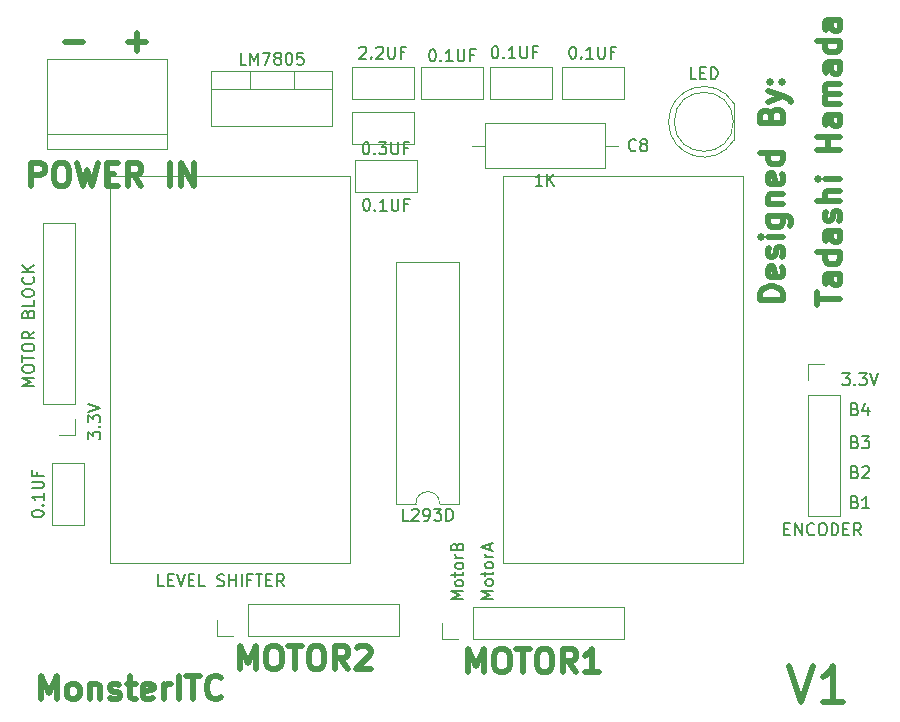
<source format=gbr>
G04 #@! TF.GenerationSoftware,KiCad,Pcbnew,(5.1.2)-2*
G04 #@! TF.CreationDate,2020-01-26T16:04:12+07:00*
G04 #@! TF.ProjectId,driver_motor,64726976-6572-45f6-9d6f-746f722e6b69,rev?*
G04 #@! TF.SameCoordinates,Original*
G04 #@! TF.FileFunction,Legend,Top*
G04 #@! TF.FilePolarity,Positive*
%FSLAX46Y46*%
G04 Gerber Fmt 4.6, Leading zero omitted, Abs format (unit mm)*
G04 Created by KiCad (PCBNEW (5.1.2)-2) date 2020-01-26 16:04:12*
%MOMM*%
%LPD*%
G04 APERTURE LIST*
%ADD10C,0.150000*%
%ADD11C,0.500000*%
%ADD12C,0.120000*%
G04 APERTURE END LIST*
D10*
X40600380Y-75390190D02*
X40600380Y-74771142D01*
X40981333Y-75104476D01*
X40981333Y-74961619D01*
X41028952Y-74866380D01*
X41076571Y-74818761D01*
X41171809Y-74771142D01*
X41409904Y-74771142D01*
X41505142Y-74818761D01*
X41552761Y-74866380D01*
X41600380Y-74961619D01*
X41600380Y-75247333D01*
X41552761Y-75342571D01*
X41505142Y-75390190D01*
X41505142Y-74342571D02*
X41552761Y-74294952D01*
X41600380Y-74342571D01*
X41552761Y-74390190D01*
X41505142Y-74342571D01*
X41600380Y-74342571D01*
X40600380Y-73961619D02*
X40600380Y-73342571D01*
X40981333Y-73675904D01*
X40981333Y-73533047D01*
X41028952Y-73437809D01*
X41076571Y-73390190D01*
X41171809Y-73342571D01*
X41409904Y-73342571D01*
X41505142Y-73390190D01*
X41552761Y-73437809D01*
X41600380Y-73533047D01*
X41600380Y-73818761D01*
X41552761Y-73914000D01*
X41505142Y-73961619D01*
X40600380Y-73056857D02*
X41600380Y-72723523D01*
X40600380Y-72390190D01*
X105513238Y-72826571D02*
X105656095Y-72874190D01*
X105703714Y-72921809D01*
X105751333Y-73017047D01*
X105751333Y-73159904D01*
X105703714Y-73255142D01*
X105656095Y-73302761D01*
X105560857Y-73350380D01*
X105179904Y-73350380D01*
X105179904Y-72350380D01*
X105513238Y-72350380D01*
X105608476Y-72398000D01*
X105656095Y-72445619D01*
X105703714Y-72540857D01*
X105703714Y-72636095D01*
X105656095Y-72731333D01*
X105608476Y-72778952D01*
X105513238Y-72826571D01*
X105179904Y-72826571D01*
X106608476Y-72683714D02*
X106608476Y-73350380D01*
X106370380Y-72302761D02*
X106132285Y-73017047D01*
X106751333Y-73017047D01*
X105513238Y-75620571D02*
X105656095Y-75668190D01*
X105703714Y-75715809D01*
X105751333Y-75811047D01*
X105751333Y-75953904D01*
X105703714Y-76049142D01*
X105656095Y-76096761D01*
X105560857Y-76144380D01*
X105179904Y-76144380D01*
X105179904Y-75144380D01*
X105513238Y-75144380D01*
X105608476Y-75192000D01*
X105656095Y-75239619D01*
X105703714Y-75334857D01*
X105703714Y-75430095D01*
X105656095Y-75525333D01*
X105608476Y-75572952D01*
X105513238Y-75620571D01*
X105179904Y-75620571D01*
X106084666Y-75144380D02*
X106703714Y-75144380D01*
X106370380Y-75525333D01*
X106513238Y-75525333D01*
X106608476Y-75572952D01*
X106656095Y-75620571D01*
X106703714Y-75715809D01*
X106703714Y-75953904D01*
X106656095Y-76049142D01*
X106608476Y-76096761D01*
X106513238Y-76144380D01*
X106227523Y-76144380D01*
X106132285Y-76096761D01*
X106084666Y-76049142D01*
X105513238Y-78160571D02*
X105656095Y-78208190D01*
X105703714Y-78255809D01*
X105751333Y-78351047D01*
X105751333Y-78493904D01*
X105703714Y-78589142D01*
X105656095Y-78636761D01*
X105560857Y-78684380D01*
X105179904Y-78684380D01*
X105179904Y-77684380D01*
X105513238Y-77684380D01*
X105608476Y-77732000D01*
X105656095Y-77779619D01*
X105703714Y-77874857D01*
X105703714Y-77970095D01*
X105656095Y-78065333D01*
X105608476Y-78112952D01*
X105513238Y-78160571D01*
X105179904Y-78160571D01*
X106132285Y-77779619D02*
X106179904Y-77732000D01*
X106275142Y-77684380D01*
X106513238Y-77684380D01*
X106608476Y-77732000D01*
X106656095Y-77779619D01*
X106703714Y-77874857D01*
X106703714Y-77970095D01*
X106656095Y-78112952D01*
X106084666Y-78684380D01*
X106703714Y-78684380D01*
X105513238Y-80700571D02*
X105656095Y-80748190D01*
X105703714Y-80795809D01*
X105751333Y-80891047D01*
X105751333Y-81033904D01*
X105703714Y-81129142D01*
X105656095Y-81176761D01*
X105560857Y-81224380D01*
X105179904Y-81224380D01*
X105179904Y-80224380D01*
X105513238Y-80224380D01*
X105608476Y-80272000D01*
X105656095Y-80319619D01*
X105703714Y-80414857D01*
X105703714Y-80510095D01*
X105656095Y-80605333D01*
X105608476Y-80652952D01*
X105513238Y-80700571D01*
X105179904Y-80700571D01*
X106703714Y-81224380D02*
X106132285Y-81224380D01*
X106418000Y-81224380D02*
X106418000Y-80224380D01*
X106322761Y-80367238D01*
X106227523Y-80462476D01*
X106132285Y-80510095D01*
X104441809Y-69810380D02*
X105060857Y-69810380D01*
X104727523Y-70191333D01*
X104870380Y-70191333D01*
X104965619Y-70238952D01*
X105013238Y-70286571D01*
X105060857Y-70381809D01*
X105060857Y-70619904D01*
X105013238Y-70715142D01*
X104965619Y-70762761D01*
X104870380Y-70810380D01*
X104584666Y-70810380D01*
X104489428Y-70762761D01*
X104441809Y-70715142D01*
X105489428Y-70715142D02*
X105537047Y-70762761D01*
X105489428Y-70810380D01*
X105441809Y-70762761D01*
X105489428Y-70715142D01*
X105489428Y-70810380D01*
X105870380Y-69810380D02*
X106489428Y-69810380D01*
X106156095Y-70191333D01*
X106298952Y-70191333D01*
X106394190Y-70238952D01*
X106441809Y-70286571D01*
X106489428Y-70381809D01*
X106489428Y-70619904D01*
X106441809Y-70715142D01*
X106394190Y-70762761D01*
X106298952Y-70810380D01*
X106013238Y-70810380D01*
X105918000Y-70762761D01*
X105870380Y-70715142D01*
X106775142Y-69810380D02*
X107108476Y-70810380D01*
X107441809Y-69810380D01*
X74874380Y-88875904D02*
X73874380Y-88875904D01*
X74588666Y-88542571D01*
X73874380Y-88209238D01*
X74874380Y-88209238D01*
X74874380Y-87590190D02*
X74826761Y-87685428D01*
X74779142Y-87733047D01*
X74683904Y-87780666D01*
X74398190Y-87780666D01*
X74302952Y-87733047D01*
X74255333Y-87685428D01*
X74207714Y-87590190D01*
X74207714Y-87447333D01*
X74255333Y-87352095D01*
X74302952Y-87304476D01*
X74398190Y-87256857D01*
X74683904Y-87256857D01*
X74779142Y-87304476D01*
X74826761Y-87352095D01*
X74874380Y-87447333D01*
X74874380Y-87590190D01*
X74207714Y-86971142D02*
X74207714Y-86590190D01*
X73874380Y-86828285D02*
X74731523Y-86828285D01*
X74826761Y-86780666D01*
X74874380Y-86685428D01*
X74874380Y-86590190D01*
X74874380Y-86114000D02*
X74826761Y-86209238D01*
X74779142Y-86256857D01*
X74683904Y-86304476D01*
X74398190Y-86304476D01*
X74302952Y-86256857D01*
X74255333Y-86209238D01*
X74207714Y-86114000D01*
X74207714Y-85971142D01*
X74255333Y-85875904D01*
X74302952Y-85828285D01*
X74398190Y-85780666D01*
X74683904Y-85780666D01*
X74779142Y-85828285D01*
X74826761Y-85875904D01*
X74874380Y-85971142D01*
X74874380Y-86114000D01*
X74874380Y-85352095D02*
X74207714Y-85352095D01*
X74398190Y-85352095D02*
X74302952Y-85304476D01*
X74255333Y-85256857D01*
X74207714Y-85161619D01*
X74207714Y-85066380D01*
X74588666Y-84780666D02*
X74588666Y-84304476D01*
X74874380Y-84875904D02*
X73874380Y-84542571D01*
X74874380Y-84209238D01*
X72334380Y-88947333D02*
X71334380Y-88947333D01*
X72048666Y-88614000D01*
X71334380Y-88280666D01*
X72334380Y-88280666D01*
X72334380Y-87661619D02*
X72286761Y-87756857D01*
X72239142Y-87804476D01*
X72143904Y-87852095D01*
X71858190Y-87852095D01*
X71762952Y-87804476D01*
X71715333Y-87756857D01*
X71667714Y-87661619D01*
X71667714Y-87518761D01*
X71715333Y-87423523D01*
X71762952Y-87375904D01*
X71858190Y-87328285D01*
X72143904Y-87328285D01*
X72239142Y-87375904D01*
X72286761Y-87423523D01*
X72334380Y-87518761D01*
X72334380Y-87661619D01*
X71667714Y-87042571D02*
X71667714Y-86661619D01*
X71334380Y-86899714D02*
X72191523Y-86899714D01*
X72286761Y-86852095D01*
X72334380Y-86756857D01*
X72334380Y-86661619D01*
X72334380Y-86185428D02*
X72286761Y-86280666D01*
X72239142Y-86328285D01*
X72143904Y-86375904D01*
X71858190Y-86375904D01*
X71762952Y-86328285D01*
X71715333Y-86280666D01*
X71667714Y-86185428D01*
X71667714Y-86042571D01*
X71715333Y-85947333D01*
X71762952Y-85899714D01*
X71858190Y-85852095D01*
X72143904Y-85852095D01*
X72239142Y-85899714D01*
X72286761Y-85947333D01*
X72334380Y-86042571D01*
X72334380Y-86185428D01*
X72334380Y-85423523D02*
X71667714Y-85423523D01*
X71858190Y-85423523D02*
X71762952Y-85375904D01*
X71715333Y-85328285D01*
X71667714Y-85233047D01*
X71667714Y-85137809D01*
X71810571Y-84471142D02*
X71858190Y-84328285D01*
X71905809Y-84280666D01*
X72001047Y-84233047D01*
X72143904Y-84233047D01*
X72239142Y-84280666D01*
X72286761Y-84328285D01*
X72334380Y-84423523D01*
X72334380Y-84804476D01*
X71334380Y-84804476D01*
X71334380Y-84471142D01*
X71382000Y-84375904D01*
X71429619Y-84328285D01*
X71524857Y-84280666D01*
X71620095Y-84280666D01*
X71715333Y-84328285D01*
X71762952Y-84375904D01*
X71810571Y-84471142D01*
X71810571Y-84804476D01*
D11*
X102282761Y-64054095D02*
X102282761Y-62911238D01*
X104282761Y-63482666D02*
X102282761Y-63482666D01*
X104282761Y-61387428D02*
X103235142Y-61387428D01*
X103044666Y-61482666D01*
X102949428Y-61673142D01*
X102949428Y-62054095D01*
X103044666Y-62244571D01*
X104187523Y-61387428D02*
X104282761Y-61577904D01*
X104282761Y-62054095D01*
X104187523Y-62244571D01*
X103997047Y-62339809D01*
X103806571Y-62339809D01*
X103616095Y-62244571D01*
X103520857Y-62054095D01*
X103520857Y-61577904D01*
X103425619Y-61387428D01*
X104282761Y-59577904D02*
X102282761Y-59577904D01*
X104187523Y-59577904D02*
X104282761Y-59768380D01*
X104282761Y-60149333D01*
X104187523Y-60339809D01*
X104092285Y-60435047D01*
X103901809Y-60530285D01*
X103330380Y-60530285D01*
X103139904Y-60435047D01*
X103044666Y-60339809D01*
X102949428Y-60149333D01*
X102949428Y-59768380D01*
X103044666Y-59577904D01*
X104282761Y-57768380D02*
X103235142Y-57768380D01*
X103044666Y-57863619D01*
X102949428Y-58054095D01*
X102949428Y-58435047D01*
X103044666Y-58625523D01*
X104187523Y-57768380D02*
X104282761Y-57958857D01*
X104282761Y-58435047D01*
X104187523Y-58625523D01*
X103997047Y-58720761D01*
X103806571Y-58720761D01*
X103616095Y-58625523D01*
X103520857Y-58435047D01*
X103520857Y-57958857D01*
X103425619Y-57768380D01*
X104187523Y-56911238D02*
X104282761Y-56720761D01*
X104282761Y-56339809D01*
X104187523Y-56149333D01*
X103997047Y-56054095D01*
X103901809Y-56054095D01*
X103711333Y-56149333D01*
X103616095Y-56339809D01*
X103616095Y-56625523D01*
X103520857Y-56816000D01*
X103330380Y-56911238D01*
X103235142Y-56911238D01*
X103044666Y-56816000D01*
X102949428Y-56625523D01*
X102949428Y-56339809D01*
X103044666Y-56149333D01*
X104282761Y-55196952D02*
X102282761Y-55196952D01*
X104282761Y-54339809D02*
X103235142Y-54339809D01*
X103044666Y-54435047D01*
X102949428Y-54625523D01*
X102949428Y-54911238D01*
X103044666Y-55101714D01*
X103139904Y-55196952D01*
X104282761Y-53387428D02*
X102949428Y-53387428D01*
X102282761Y-53387428D02*
X102378000Y-53482666D01*
X102473238Y-53387428D01*
X102378000Y-53292190D01*
X102282761Y-53387428D01*
X102473238Y-53387428D01*
X104282761Y-50911238D02*
X102282761Y-50911238D01*
X103235142Y-50911238D02*
X103235142Y-49768380D01*
X104282761Y-49768380D02*
X102282761Y-49768380D01*
X104282761Y-47958857D02*
X103235142Y-47958857D01*
X103044666Y-48054095D01*
X102949428Y-48244571D01*
X102949428Y-48625523D01*
X103044666Y-48816000D01*
X104187523Y-47958857D02*
X104282761Y-48149333D01*
X104282761Y-48625523D01*
X104187523Y-48816000D01*
X103997047Y-48911238D01*
X103806571Y-48911238D01*
X103616095Y-48816000D01*
X103520857Y-48625523D01*
X103520857Y-48149333D01*
X103425619Y-47958857D01*
X104282761Y-47006476D02*
X102949428Y-47006476D01*
X103139904Y-47006476D02*
X103044666Y-46911238D01*
X102949428Y-46720761D01*
X102949428Y-46435047D01*
X103044666Y-46244571D01*
X103235142Y-46149333D01*
X104282761Y-46149333D01*
X103235142Y-46149333D02*
X103044666Y-46054095D01*
X102949428Y-45863619D01*
X102949428Y-45577904D01*
X103044666Y-45387428D01*
X103235142Y-45292190D01*
X104282761Y-45292190D01*
X104282761Y-43482666D02*
X103235142Y-43482666D01*
X103044666Y-43577904D01*
X102949428Y-43768380D01*
X102949428Y-44149333D01*
X103044666Y-44339809D01*
X104187523Y-43482666D02*
X104282761Y-43673142D01*
X104282761Y-44149333D01*
X104187523Y-44339809D01*
X103997047Y-44435047D01*
X103806571Y-44435047D01*
X103616095Y-44339809D01*
X103520857Y-44149333D01*
X103520857Y-43673142D01*
X103425619Y-43482666D01*
X104282761Y-41673142D02*
X102282761Y-41673142D01*
X104187523Y-41673142D02*
X104282761Y-41863619D01*
X104282761Y-42244571D01*
X104187523Y-42435047D01*
X104092285Y-42530285D01*
X103901809Y-42625523D01*
X103330380Y-42625523D01*
X103139904Y-42530285D01*
X103044666Y-42435047D01*
X102949428Y-42244571D01*
X102949428Y-41863619D01*
X103044666Y-41673142D01*
X104282761Y-39863619D02*
X103235142Y-39863619D01*
X103044666Y-39958857D01*
X102949428Y-40149333D01*
X102949428Y-40530285D01*
X103044666Y-40720761D01*
X104187523Y-39863619D02*
X104282761Y-40054095D01*
X104282761Y-40530285D01*
X104187523Y-40720761D01*
X103997047Y-40816000D01*
X103806571Y-40816000D01*
X103616095Y-40720761D01*
X103520857Y-40530285D01*
X103520857Y-40054095D01*
X103425619Y-39863619D01*
X99456761Y-63594095D02*
X97456761Y-63594095D01*
X97456761Y-63117904D01*
X97552000Y-62832190D01*
X97742476Y-62641714D01*
X97932952Y-62546476D01*
X98313904Y-62451238D01*
X98599619Y-62451238D01*
X98980571Y-62546476D01*
X99171047Y-62641714D01*
X99361523Y-62832190D01*
X99456761Y-63117904D01*
X99456761Y-63594095D01*
X99361523Y-60832190D02*
X99456761Y-61022666D01*
X99456761Y-61403619D01*
X99361523Y-61594095D01*
X99171047Y-61689333D01*
X98409142Y-61689333D01*
X98218666Y-61594095D01*
X98123428Y-61403619D01*
X98123428Y-61022666D01*
X98218666Y-60832190D01*
X98409142Y-60736952D01*
X98599619Y-60736952D01*
X98790095Y-61689333D01*
X99361523Y-59975047D02*
X99456761Y-59784571D01*
X99456761Y-59403619D01*
X99361523Y-59213142D01*
X99171047Y-59117904D01*
X99075809Y-59117904D01*
X98885333Y-59213142D01*
X98790095Y-59403619D01*
X98790095Y-59689333D01*
X98694857Y-59879809D01*
X98504380Y-59975047D01*
X98409142Y-59975047D01*
X98218666Y-59879809D01*
X98123428Y-59689333D01*
X98123428Y-59403619D01*
X98218666Y-59213142D01*
X99456761Y-58260761D02*
X98123428Y-58260761D01*
X97456761Y-58260761D02*
X97552000Y-58356000D01*
X97647238Y-58260761D01*
X97552000Y-58165523D01*
X97456761Y-58260761D01*
X97647238Y-58260761D01*
X98123428Y-56451238D02*
X99742476Y-56451238D01*
X99932952Y-56546476D01*
X100028190Y-56641714D01*
X100123428Y-56832190D01*
X100123428Y-57117904D01*
X100028190Y-57308380D01*
X99361523Y-56451238D02*
X99456761Y-56641714D01*
X99456761Y-57022666D01*
X99361523Y-57213142D01*
X99266285Y-57308380D01*
X99075809Y-57403619D01*
X98504380Y-57403619D01*
X98313904Y-57308380D01*
X98218666Y-57213142D01*
X98123428Y-57022666D01*
X98123428Y-56641714D01*
X98218666Y-56451238D01*
X98123428Y-55498857D02*
X99456761Y-55498857D01*
X98313904Y-55498857D02*
X98218666Y-55403619D01*
X98123428Y-55213142D01*
X98123428Y-54927428D01*
X98218666Y-54736952D01*
X98409142Y-54641714D01*
X99456761Y-54641714D01*
X99361523Y-52927428D02*
X99456761Y-53117904D01*
X99456761Y-53498857D01*
X99361523Y-53689333D01*
X99171047Y-53784571D01*
X98409142Y-53784571D01*
X98218666Y-53689333D01*
X98123428Y-53498857D01*
X98123428Y-53117904D01*
X98218666Y-52927428D01*
X98409142Y-52832190D01*
X98599619Y-52832190D01*
X98790095Y-53784571D01*
X99456761Y-51117904D02*
X97456761Y-51117904D01*
X99361523Y-51117904D02*
X99456761Y-51308380D01*
X99456761Y-51689333D01*
X99361523Y-51879809D01*
X99266285Y-51975047D01*
X99075809Y-52070285D01*
X98504380Y-52070285D01*
X98313904Y-51975047D01*
X98218666Y-51879809D01*
X98123428Y-51689333D01*
X98123428Y-51308380D01*
X98218666Y-51117904D01*
X98409142Y-47975047D02*
X98504380Y-47689333D01*
X98599619Y-47594095D01*
X98790095Y-47498857D01*
X99075809Y-47498857D01*
X99266285Y-47594095D01*
X99361523Y-47689333D01*
X99456761Y-47879809D01*
X99456761Y-48641714D01*
X97456761Y-48641714D01*
X97456761Y-47975047D01*
X97552000Y-47784571D01*
X97647238Y-47689333D01*
X97837714Y-47594095D01*
X98028190Y-47594095D01*
X98218666Y-47689333D01*
X98313904Y-47784571D01*
X98409142Y-47975047D01*
X98409142Y-48641714D01*
X98123428Y-46832190D02*
X99456761Y-46356000D01*
X98123428Y-45879809D02*
X99456761Y-46356000D01*
X99932952Y-46546476D01*
X100028190Y-46641714D01*
X100123428Y-46832190D01*
X99266285Y-45117904D02*
X99361523Y-45022666D01*
X99456761Y-45117904D01*
X99361523Y-45213142D01*
X99266285Y-45117904D01*
X99456761Y-45117904D01*
X98218666Y-45117904D02*
X98313904Y-45022666D01*
X98409142Y-45117904D01*
X98313904Y-45213142D01*
X98218666Y-45117904D01*
X98409142Y-45117904D01*
X36624571Y-97424761D02*
X36624571Y-95424761D01*
X37291238Y-96853333D01*
X37957904Y-95424761D01*
X37957904Y-97424761D01*
X39196000Y-97424761D02*
X39005523Y-97329523D01*
X38910285Y-97234285D01*
X38815047Y-97043809D01*
X38815047Y-96472380D01*
X38910285Y-96281904D01*
X39005523Y-96186666D01*
X39196000Y-96091428D01*
X39481714Y-96091428D01*
X39672190Y-96186666D01*
X39767428Y-96281904D01*
X39862666Y-96472380D01*
X39862666Y-97043809D01*
X39767428Y-97234285D01*
X39672190Y-97329523D01*
X39481714Y-97424761D01*
X39196000Y-97424761D01*
X40719809Y-96091428D02*
X40719809Y-97424761D01*
X40719809Y-96281904D02*
X40815047Y-96186666D01*
X41005523Y-96091428D01*
X41291238Y-96091428D01*
X41481714Y-96186666D01*
X41576952Y-96377142D01*
X41576952Y-97424761D01*
X42434095Y-97329523D02*
X42624571Y-97424761D01*
X43005523Y-97424761D01*
X43196000Y-97329523D01*
X43291238Y-97139047D01*
X43291238Y-97043809D01*
X43196000Y-96853333D01*
X43005523Y-96758095D01*
X42719809Y-96758095D01*
X42529333Y-96662857D01*
X42434095Y-96472380D01*
X42434095Y-96377142D01*
X42529333Y-96186666D01*
X42719809Y-96091428D01*
X43005523Y-96091428D01*
X43196000Y-96186666D01*
X43862666Y-96091428D02*
X44624571Y-96091428D01*
X44148380Y-95424761D02*
X44148380Y-97139047D01*
X44243619Y-97329523D01*
X44434095Y-97424761D01*
X44624571Y-97424761D01*
X46053142Y-97329523D02*
X45862666Y-97424761D01*
X45481714Y-97424761D01*
X45291238Y-97329523D01*
X45196000Y-97139047D01*
X45196000Y-96377142D01*
X45291238Y-96186666D01*
X45481714Y-96091428D01*
X45862666Y-96091428D01*
X46053142Y-96186666D01*
X46148380Y-96377142D01*
X46148380Y-96567619D01*
X45196000Y-96758095D01*
X47005523Y-97424761D02*
X47005523Y-96091428D01*
X47005523Y-96472380D02*
X47100761Y-96281904D01*
X47196000Y-96186666D01*
X47386476Y-96091428D01*
X47576952Y-96091428D01*
X48243619Y-97424761D02*
X48243619Y-95424761D01*
X48910285Y-95424761D02*
X50053142Y-95424761D01*
X49481714Y-97424761D02*
X49481714Y-95424761D01*
X51862666Y-97234285D02*
X51767428Y-97329523D01*
X51481714Y-97424761D01*
X51291238Y-97424761D01*
X51005523Y-97329523D01*
X50815047Y-97139047D01*
X50719809Y-96948571D01*
X50624571Y-96567619D01*
X50624571Y-96281904D01*
X50719809Y-95900952D01*
X50815047Y-95710476D01*
X51005523Y-95520000D01*
X51291238Y-95424761D01*
X51481714Y-95424761D01*
X51767428Y-95520000D01*
X51862666Y-95615238D01*
X99933428Y-94623142D02*
X100933428Y-97623142D01*
X101933428Y-94623142D01*
X104504857Y-97623142D02*
X102790571Y-97623142D01*
X103647714Y-97623142D02*
X103647714Y-94623142D01*
X103362000Y-95051714D01*
X103076285Y-95337428D01*
X102790571Y-95480285D01*
X38608095Y-41798857D02*
X40131904Y-41798857D01*
X43942095Y-41798857D02*
X45465904Y-41798857D01*
X44704000Y-42560761D02*
X44704000Y-41036952D01*
D12*
X62892000Y-43842000D02*
X68132000Y-43842000D01*
X62892000Y-46582000D02*
X68132000Y-46582000D01*
X62892000Y-43842000D02*
X62892000Y-46582000D01*
X68132000Y-43842000D02*
X68132000Y-46582000D01*
X37492000Y-77410000D02*
X40232000Y-77410000D01*
X37492000Y-82650000D02*
X40232000Y-82650000D01*
X40232000Y-82650000D02*
X40232000Y-77410000D01*
X37492000Y-82650000D02*
X37492000Y-77410000D01*
X62738000Y-53086000D02*
X42418000Y-53086000D01*
X62738000Y-53340000D02*
X62738000Y-53086000D01*
X62738000Y-85852000D02*
X62738000Y-53340000D01*
X42418000Y-85852000D02*
X62738000Y-85852000D01*
X42418000Y-53086000D02*
X42418000Y-85852000D01*
X68132000Y-47652000D02*
X68132000Y-50392000D01*
X62892000Y-47652000D02*
X62892000Y-50392000D01*
X62892000Y-50392000D02*
X68132000Y-50392000D01*
X62892000Y-47652000D02*
X68132000Y-47652000D01*
X80672000Y-43842000D02*
X85912000Y-43842000D01*
X80672000Y-46582000D02*
X85912000Y-46582000D01*
X80672000Y-43842000D02*
X80672000Y-46582000D01*
X85912000Y-43842000D02*
X85912000Y-46582000D01*
X74014000Y-46582000D02*
X68774000Y-46582000D01*
X74014000Y-43842000D02*
X68774000Y-43842000D01*
X74014000Y-46582000D02*
X74014000Y-43842000D01*
X68774000Y-46582000D02*
X68774000Y-43842000D01*
X79856000Y-46582000D02*
X74616000Y-46582000D01*
X79856000Y-43842000D02*
X74616000Y-43842000D01*
X79856000Y-46582000D02*
X79856000Y-43842000D01*
X74616000Y-46582000D02*
X74616000Y-43842000D01*
X96012000Y-85852000D02*
X96012000Y-53086000D01*
X96012000Y-53086000D02*
X75692000Y-53086000D01*
X75692000Y-53086000D02*
X75692000Y-85598000D01*
X75692000Y-85598000D02*
X75692000Y-85852000D01*
X75692000Y-85852000D02*
X96012000Y-85852000D01*
X63186000Y-54456000D02*
X63186000Y-51716000D01*
X68426000Y-54456000D02*
X68426000Y-51716000D01*
X68426000Y-51716000D02*
X63186000Y-51716000D01*
X68426000Y-54456000D02*
X63186000Y-54456000D01*
X89720000Y-48513538D02*
G75*
G03X95270000Y-50058830I2990000J-462D01*
G01*
X89720000Y-48514462D02*
G75*
G02X95270000Y-46969170I2990000J462D01*
G01*
X95210000Y-48514000D02*
G75*
G03X95210000Y-48514000I-2500000J0D01*
G01*
X95270000Y-50059000D02*
X95270000Y-46969000D01*
X47244000Y-49530000D02*
X37084000Y-49530000D01*
X47244000Y-50800000D02*
X47244000Y-43180000D01*
X47244000Y-43180000D02*
X37084000Y-43180000D01*
X37084000Y-43180000D02*
X37084000Y-50800000D01*
X37084000Y-50800000D02*
X47244000Y-50800000D01*
X39430000Y-57090000D02*
X36770000Y-57090000D01*
X39430000Y-72390000D02*
X39430000Y-57090000D01*
X36770000Y-72390000D02*
X36770000Y-57090000D01*
X39430000Y-72390000D02*
X36770000Y-72390000D01*
X39430000Y-73660000D02*
X39430000Y-74990000D01*
X39430000Y-74990000D02*
X38100000Y-74990000D01*
X101540000Y-81848000D02*
X104200000Y-81848000D01*
X101540000Y-71628000D02*
X101540000Y-81848000D01*
X104200000Y-71628000D02*
X104200000Y-81848000D01*
X101540000Y-71628000D02*
X104200000Y-71628000D01*
X101540000Y-70358000D02*
X101540000Y-69028000D01*
X101540000Y-69028000D02*
X102870000Y-69028000D01*
X66862000Y-92008000D02*
X66862000Y-89348000D01*
X54102000Y-92008000D02*
X66862000Y-92008000D01*
X54102000Y-89348000D02*
X66862000Y-89348000D01*
X54102000Y-92008000D02*
X54102000Y-89348000D01*
X52832000Y-92008000D02*
X51502000Y-92008000D01*
X51502000Y-92008000D02*
X51502000Y-90678000D01*
X70552000Y-92262000D02*
X70552000Y-90932000D01*
X71882000Y-92262000D02*
X70552000Y-92262000D01*
X73152000Y-92262000D02*
X73152000Y-89602000D01*
X73152000Y-89602000D02*
X85912000Y-89602000D01*
X73152000Y-92262000D02*
X85912000Y-92262000D01*
X85912000Y-92262000D02*
X85912000Y-89602000D01*
X84318000Y-52466000D02*
X84318000Y-48626000D01*
X84318000Y-48626000D02*
X74178000Y-48626000D01*
X74178000Y-48626000D02*
X74178000Y-52466000D01*
X74178000Y-52466000D02*
X84318000Y-52466000D01*
X85428000Y-50546000D02*
X84318000Y-50546000D01*
X73068000Y-50546000D02*
X74178000Y-50546000D01*
X51014000Y-44228000D02*
X61254000Y-44228000D01*
X51014000Y-48869000D02*
X61254000Y-48869000D01*
X51014000Y-44228000D02*
X51014000Y-48869000D01*
X61254000Y-44228000D02*
X61254000Y-48869000D01*
X51014000Y-45738000D02*
X61254000Y-45738000D01*
X54284000Y-44228000D02*
X54284000Y-45738000D01*
X57985000Y-44228000D02*
X57985000Y-45738000D01*
X68342000Y-80832000D02*
G75*
G02X70342000Y-80832000I1000000J0D01*
G01*
X70342000Y-80832000D02*
X71992000Y-80832000D01*
X71992000Y-80832000D02*
X71992000Y-60392000D01*
X71992000Y-60392000D02*
X66692000Y-60392000D01*
X66692000Y-60392000D02*
X66692000Y-80832000D01*
X66692000Y-80832000D02*
X68342000Y-80832000D01*
D10*
X63559619Y-42259619D02*
X63607238Y-42212000D01*
X63702476Y-42164380D01*
X63940571Y-42164380D01*
X64035809Y-42212000D01*
X64083428Y-42259619D01*
X64131047Y-42354857D01*
X64131047Y-42450095D01*
X64083428Y-42592952D01*
X63512000Y-43164380D01*
X64131047Y-43164380D01*
X64559619Y-43069142D02*
X64607238Y-43116761D01*
X64559619Y-43164380D01*
X64512000Y-43116761D01*
X64559619Y-43069142D01*
X64559619Y-43164380D01*
X64988190Y-42259619D02*
X65035809Y-42212000D01*
X65131047Y-42164380D01*
X65369142Y-42164380D01*
X65464380Y-42212000D01*
X65512000Y-42259619D01*
X65559619Y-42354857D01*
X65559619Y-42450095D01*
X65512000Y-42592952D01*
X64940571Y-43164380D01*
X65559619Y-43164380D01*
X65988190Y-42164380D02*
X65988190Y-42973904D01*
X66035809Y-43069142D01*
X66083428Y-43116761D01*
X66178666Y-43164380D01*
X66369142Y-43164380D01*
X66464380Y-43116761D01*
X66512000Y-43069142D01*
X66559619Y-42973904D01*
X66559619Y-42164380D01*
X67369142Y-42640571D02*
X67035809Y-42640571D01*
X67035809Y-43164380D02*
X67035809Y-42164380D01*
X67512000Y-42164380D01*
X35814380Y-81744285D02*
X35814380Y-81649047D01*
X35862000Y-81553809D01*
X35909619Y-81506190D01*
X36004857Y-81458571D01*
X36195333Y-81410952D01*
X36433428Y-81410952D01*
X36623904Y-81458571D01*
X36719142Y-81506190D01*
X36766761Y-81553809D01*
X36814380Y-81649047D01*
X36814380Y-81744285D01*
X36766761Y-81839523D01*
X36719142Y-81887142D01*
X36623904Y-81934761D01*
X36433428Y-81982380D01*
X36195333Y-81982380D01*
X36004857Y-81934761D01*
X35909619Y-81887142D01*
X35862000Y-81839523D01*
X35814380Y-81744285D01*
X36719142Y-80982380D02*
X36766761Y-80934761D01*
X36814380Y-80982380D01*
X36766761Y-81030000D01*
X36719142Y-80982380D01*
X36814380Y-80982380D01*
X36814380Y-79982380D02*
X36814380Y-80553809D01*
X36814380Y-80268095D02*
X35814380Y-80268095D01*
X35957238Y-80363333D01*
X36052476Y-80458571D01*
X36100095Y-80553809D01*
X35814380Y-79553809D02*
X36623904Y-79553809D01*
X36719142Y-79506190D01*
X36766761Y-79458571D01*
X36814380Y-79363333D01*
X36814380Y-79172857D01*
X36766761Y-79077619D01*
X36719142Y-79030000D01*
X36623904Y-78982380D01*
X35814380Y-78982380D01*
X36290571Y-78172857D02*
X36290571Y-78506190D01*
X36814380Y-78506190D02*
X35814380Y-78506190D01*
X35814380Y-78030000D01*
X47006476Y-87828380D02*
X46530285Y-87828380D01*
X46530285Y-86828380D01*
X47339809Y-87304571D02*
X47673142Y-87304571D01*
X47816000Y-87828380D02*
X47339809Y-87828380D01*
X47339809Y-86828380D01*
X47816000Y-86828380D01*
X48101714Y-86828380D02*
X48435047Y-87828380D01*
X48768380Y-86828380D01*
X49101714Y-87304571D02*
X49435047Y-87304571D01*
X49577904Y-87828380D02*
X49101714Y-87828380D01*
X49101714Y-86828380D01*
X49577904Y-86828380D01*
X50482666Y-87828380D02*
X50006476Y-87828380D01*
X50006476Y-86828380D01*
X51530285Y-87780761D02*
X51673142Y-87828380D01*
X51911238Y-87828380D01*
X52006476Y-87780761D01*
X52054095Y-87733142D01*
X52101714Y-87637904D01*
X52101714Y-87542666D01*
X52054095Y-87447428D01*
X52006476Y-87399809D01*
X51911238Y-87352190D01*
X51720761Y-87304571D01*
X51625523Y-87256952D01*
X51577904Y-87209333D01*
X51530285Y-87114095D01*
X51530285Y-87018857D01*
X51577904Y-86923619D01*
X51625523Y-86876000D01*
X51720761Y-86828380D01*
X51958857Y-86828380D01*
X52101714Y-86876000D01*
X52530285Y-87828380D02*
X52530285Y-86828380D01*
X52530285Y-87304571D02*
X53101714Y-87304571D01*
X53101714Y-87828380D02*
X53101714Y-86828380D01*
X53577904Y-87828380D02*
X53577904Y-86828380D01*
X54387428Y-87304571D02*
X54054095Y-87304571D01*
X54054095Y-87828380D02*
X54054095Y-86828380D01*
X54530285Y-86828380D01*
X54768380Y-86828380D02*
X55339809Y-86828380D01*
X55054095Y-87828380D02*
X55054095Y-86828380D01*
X55673142Y-87304571D02*
X56006476Y-87304571D01*
X56149333Y-87828380D02*
X55673142Y-87828380D01*
X55673142Y-86828380D01*
X56149333Y-86828380D01*
X57149333Y-87828380D02*
X56816000Y-87352190D01*
X56577904Y-87828380D02*
X56577904Y-86828380D01*
X56958857Y-86828380D01*
X57054095Y-86876000D01*
X57101714Y-86923619D01*
X57149333Y-87018857D01*
X57149333Y-87161714D01*
X57101714Y-87256952D01*
X57054095Y-87304571D01*
X56958857Y-87352190D01*
X56577904Y-87352190D01*
X64071714Y-50252380D02*
X64166952Y-50252380D01*
X64262190Y-50300000D01*
X64309809Y-50347619D01*
X64357428Y-50442857D01*
X64405047Y-50633333D01*
X64405047Y-50871428D01*
X64357428Y-51061904D01*
X64309809Y-51157142D01*
X64262190Y-51204761D01*
X64166952Y-51252380D01*
X64071714Y-51252380D01*
X63976476Y-51204761D01*
X63928857Y-51157142D01*
X63881238Y-51061904D01*
X63833619Y-50871428D01*
X63833619Y-50633333D01*
X63881238Y-50442857D01*
X63928857Y-50347619D01*
X63976476Y-50300000D01*
X64071714Y-50252380D01*
X64833619Y-51157142D02*
X64881238Y-51204761D01*
X64833619Y-51252380D01*
X64786000Y-51204761D01*
X64833619Y-51157142D01*
X64833619Y-51252380D01*
X65214571Y-50252380D02*
X65833619Y-50252380D01*
X65500285Y-50633333D01*
X65643142Y-50633333D01*
X65738380Y-50680952D01*
X65786000Y-50728571D01*
X65833619Y-50823809D01*
X65833619Y-51061904D01*
X65786000Y-51157142D01*
X65738380Y-51204761D01*
X65643142Y-51252380D01*
X65357428Y-51252380D01*
X65262190Y-51204761D01*
X65214571Y-51157142D01*
X66262190Y-50252380D02*
X66262190Y-51061904D01*
X66309809Y-51157142D01*
X66357428Y-51204761D01*
X66452666Y-51252380D01*
X66643142Y-51252380D01*
X66738380Y-51204761D01*
X66786000Y-51157142D01*
X66833619Y-51061904D01*
X66833619Y-50252380D01*
X67643142Y-50728571D02*
X67309809Y-50728571D01*
X67309809Y-51252380D02*
X67309809Y-50252380D01*
X67786000Y-50252380D01*
X81577714Y-42164380D02*
X81672952Y-42164380D01*
X81768190Y-42212000D01*
X81815809Y-42259619D01*
X81863428Y-42354857D01*
X81911047Y-42545333D01*
X81911047Y-42783428D01*
X81863428Y-42973904D01*
X81815809Y-43069142D01*
X81768190Y-43116761D01*
X81672952Y-43164380D01*
X81577714Y-43164380D01*
X81482476Y-43116761D01*
X81434857Y-43069142D01*
X81387238Y-42973904D01*
X81339619Y-42783428D01*
X81339619Y-42545333D01*
X81387238Y-42354857D01*
X81434857Y-42259619D01*
X81482476Y-42212000D01*
X81577714Y-42164380D01*
X82339619Y-43069142D02*
X82387238Y-43116761D01*
X82339619Y-43164380D01*
X82292000Y-43116761D01*
X82339619Y-43069142D01*
X82339619Y-43164380D01*
X83339619Y-43164380D02*
X82768190Y-43164380D01*
X83053904Y-43164380D02*
X83053904Y-42164380D01*
X82958666Y-42307238D01*
X82863428Y-42402476D01*
X82768190Y-42450095D01*
X83768190Y-42164380D02*
X83768190Y-42973904D01*
X83815809Y-43069142D01*
X83863428Y-43116761D01*
X83958666Y-43164380D01*
X84149142Y-43164380D01*
X84244380Y-43116761D01*
X84292000Y-43069142D01*
X84339619Y-42973904D01*
X84339619Y-42164380D01*
X85149142Y-42640571D02*
X84815809Y-42640571D01*
X84815809Y-43164380D02*
X84815809Y-42164380D01*
X85292000Y-42164380D01*
X69679714Y-42378380D02*
X69774952Y-42378380D01*
X69870190Y-42426000D01*
X69917809Y-42473619D01*
X69965428Y-42568857D01*
X70013047Y-42759333D01*
X70013047Y-42997428D01*
X69965428Y-43187904D01*
X69917809Y-43283142D01*
X69870190Y-43330761D01*
X69774952Y-43378380D01*
X69679714Y-43378380D01*
X69584476Y-43330761D01*
X69536857Y-43283142D01*
X69489238Y-43187904D01*
X69441619Y-42997428D01*
X69441619Y-42759333D01*
X69489238Y-42568857D01*
X69536857Y-42473619D01*
X69584476Y-42426000D01*
X69679714Y-42378380D01*
X70441619Y-43283142D02*
X70489238Y-43330761D01*
X70441619Y-43378380D01*
X70394000Y-43330761D01*
X70441619Y-43283142D01*
X70441619Y-43378380D01*
X71441619Y-43378380D02*
X70870190Y-43378380D01*
X71155904Y-43378380D02*
X71155904Y-42378380D01*
X71060666Y-42521238D01*
X70965428Y-42616476D01*
X70870190Y-42664095D01*
X71870190Y-42378380D02*
X71870190Y-43187904D01*
X71917809Y-43283142D01*
X71965428Y-43330761D01*
X72060666Y-43378380D01*
X72251142Y-43378380D01*
X72346380Y-43330761D01*
X72394000Y-43283142D01*
X72441619Y-43187904D01*
X72441619Y-42378380D01*
X73251142Y-42854571D02*
X72917809Y-42854571D01*
X72917809Y-43378380D02*
X72917809Y-42378380D01*
X73394000Y-42378380D01*
X74993714Y-42124380D02*
X75088952Y-42124380D01*
X75184190Y-42172000D01*
X75231809Y-42219619D01*
X75279428Y-42314857D01*
X75327047Y-42505333D01*
X75327047Y-42743428D01*
X75279428Y-42933904D01*
X75231809Y-43029142D01*
X75184190Y-43076761D01*
X75088952Y-43124380D01*
X74993714Y-43124380D01*
X74898476Y-43076761D01*
X74850857Y-43029142D01*
X74803238Y-42933904D01*
X74755619Y-42743428D01*
X74755619Y-42505333D01*
X74803238Y-42314857D01*
X74850857Y-42219619D01*
X74898476Y-42172000D01*
X74993714Y-42124380D01*
X75755619Y-43029142D02*
X75803238Y-43076761D01*
X75755619Y-43124380D01*
X75708000Y-43076761D01*
X75755619Y-43029142D01*
X75755619Y-43124380D01*
X76755619Y-43124380D02*
X76184190Y-43124380D01*
X76469904Y-43124380D02*
X76469904Y-42124380D01*
X76374666Y-42267238D01*
X76279428Y-42362476D01*
X76184190Y-42410095D01*
X77184190Y-42124380D02*
X77184190Y-42933904D01*
X77231809Y-43029142D01*
X77279428Y-43076761D01*
X77374666Y-43124380D01*
X77565142Y-43124380D01*
X77660380Y-43076761D01*
X77708000Y-43029142D01*
X77755619Y-42933904D01*
X77755619Y-42124380D01*
X78565142Y-42600571D02*
X78231809Y-42600571D01*
X78231809Y-43124380D02*
X78231809Y-42124380D01*
X78708000Y-42124380D01*
X86955333Y-50903142D02*
X86907714Y-50950761D01*
X86764857Y-50998380D01*
X86669619Y-50998380D01*
X86526761Y-50950761D01*
X86431523Y-50855523D01*
X86383904Y-50760285D01*
X86336285Y-50569809D01*
X86336285Y-50426952D01*
X86383904Y-50236476D01*
X86431523Y-50141238D01*
X86526761Y-50046000D01*
X86669619Y-49998380D01*
X86764857Y-49998380D01*
X86907714Y-50046000D01*
X86955333Y-50093619D01*
X87526761Y-50426952D02*
X87431523Y-50379333D01*
X87383904Y-50331714D01*
X87336285Y-50236476D01*
X87336285Y-50188857D01*
X87383904Y-50093619D01*
X87431523Y-50046000D01*
X87526761Y-49998380D01*
X87717238Y-49998380D01*
X87812476Y-50046000D01*
X87860095Y-50093619D01*
X87907714Y-50188857D01*
X87907714Y-50236476D01*
X87860095Y-50331714D01*
X87812476Y-50379333D01*
X87717238Y-50426952D01*
X87526761Y-50426952D01*
X87431523Y-50474571D01*
X87383904Y-50522190D01*
X87336285Y-50617428D01*
X87336285Y-50807904D01*
X87383904Y-50903142D01*
X87431523Y-50950761D01*
X87526761Y-50998380D01*
X87717238Y-50998380D01*
X87812476Y-50950761D01*
X87860095Y-50903142D01*
X87907714Y-50807904D01*
X87907714Y-50617428D01*
X87860095Y-50522190D01*
X87812476Y-50474571D01*
X87717238Y-50426952D01*
X64091714Y-55038380D02*
X64186952Y-55038380D01*
X64282190Y-55086000D01*
X64329809Y-55133619D01*
X64377428Y-55228857D01*
X64425047Y-55419333D01*
X64425047Y-55657428D01*
X64377428Y-55847904D01*
X64329809Y-55943142D01*
X64282190Y-55990761D01*
X64186952Y-56038380D01*
X64091714Y-56038380D01*
X63996476Y-55990761D01*
X63948857Y-55943142D01*
X63901238Y-55847904D01*
X63853619Y-55657428D01*
X63853619Y-55419333D01*
X63901238Y-55228857D01*
X63948857Y-55133619D01*
X63996476Y-55086000D01*
X64091714Y-55038380D01*
X64853619Y-55943142D02*
X64901238Y-55990761D01*
X64853619Y-56038380D01*
X64806000Y-55990761D01*
X64853619Y-55943142D01*
X64853619Y-56038380D01*
X65853619Y-56038380D02*
X65282190Y-56038380D01*
X65567904Y-56038380D02*
X65567904Y-55038380D01*
X65472666Y-55181238D01*
X65377428Y-55276476D01*
X65282190Y-55324095D01*
X66282190Y-55038380D02*
X66282190Y-55847904D01*
X66329809Y-55943142D01*
X66377428Y-55990761D01*
X66472666Y-56038380D01*
X66663142Y-56038380D01*
X66758380Y-55990761D01*
X66806000Y-55943142D01*
X66853619Y-55847904D01*
X66853619Y-55038380D01*
X67663142Y-55514571D02*
X67329809Y-55514571D01*
X67329809Y-56038380D02*
X67329809Y-55038380D01*
X67806000Y-55038380D01*
X92067142Y-44902380D02*
X91590952Y-44902380D01*
X91590952Y-43902380D01*
X92400476Y-44378571D02*
X92733809Y-44378571D01*
X92876666Y-44902380D02*
X92400476Y-44902380D01*
X92400476Y-43902380D01*
X92876666Y-43902380D01*
X93305238Y-44902380D02*
X93305238Y-43902380D01*
X93543333Y-43902380D01*
X93686190Y-43950000D01*
X93781428Y-44045238D01*
X93829047Y-44140476D01*
X93876666Y-44330952D01*
X93876666Y-44473809D01*
X93829047Y-44664285D01*
X93781428Y-44759523D01*
X93686190Y-44854761D01*
X93543333Y-44902380D01*
X93305238Y-44902380D01*
D11*
X35767238Y-53990761D02*
X35767238Y-51990761D01*
X36529142Y-51990761D01*
X36719619Y-52086000D01*
X36814857Y-52181238D01*
X36910095Y-52371714D01*
X36910095Y-52657428D01*
X36814857Y-52847904D01*
X36719619Y-52943142D01*
X36529142Y-53038380D01*
X35767238Y-53038380D01*
X38148190Y-51990761D02*
X38529142Y-51990761D01*
X38719619Y-52086000D01*
X38910095Y-52276476D01*
X39005333Y-52657428D01*
X39005333Y-53324095D01*
X38910095Y-53705047D01*
X38719619Y-53895523D01*
X38529142Y-53990761D01*
X38148190Y-53990761D01*
X37957714Y-53895523D01*
X37767238Y-53705047D01*
X37672000Y-53324095D01*
X37672000Y-52657428D01*
X37767238Y-52276476D01*
X37957714Y-52086000D01*
X38148190Y-51990761D01*
X39672000Y-51990761D02*
X40148190Y-53990761D01*
X40529142Y-52562190D01*
X40910095Y-53990761D01*
X41386285Y-51990761D01*
X42148190Y-52943142D02*
X42814857Y-52943142D01*
X43100571Y-53990761D02*
X42148190Y-53990761D01*
X42148190Y-51990761D01*
X43100571Y-51990761D01*
X45100571Y-53990761D02*
X44433904Y-53038380D01*
X43957714Y-53990761D02*
X43957714Y-51990761D01*
X44719619Y-51990761D01*
X44910095Y-52086000D01*
X45005333Y-52181238D01*
X45100571Y-52371714D01*
X45100571Y-52657428D01*
X45005333Y-52847904D01*
X44910095Y-52943142D01*
X44719619Y-53038380D01*
X43957714Y-53038380D01*
X47481523Y-53990761D02*
X47481523Y-51990761D01*
X48433904Y-53990761D02*
X48433904Y-51990761D01*
X49576761Y-53990761D01*
X49576761Y-51990761D01*
D10*
X36012380Y-70857428D02*
X35012380Y-70857428D01*
X35726666Y-70524095D01*
X35012380Y-70190761D01*
X36012380Y-70190761D01*
X35012380Y-69524095D02*
X35012380Y-69333619D01*
X35060000Y-69238380D01*
X35155238Y-69143142D01*
X35345714Y-69095523D01*
X35679047Y-69095523D01*
X35869523Y-69143142D01*
X35964761Y-69238380D01*
X36012380Y-69333619D01*
X36012380Y-69524095D01*
X35964761Y-69619333D01*
X35869523Y-69714571D01*
X35679047Y-69762190D01*
X35345714Y-69762190D01*
X35155238Y-69714571D01*
X35060000Y-69619333D01*
X35012380Y-69524095D01*
X35012380Y-68809809D02*
X35012380Y-68238380D01*
X36012380Y-68524095D02*
X35012380Y-68524095D01*
X35012380Y-67714571D02*
X35012380Y-67524095D01*
X35060000Y-67428857D01*
X35155238Y-67333619D01*
X35345714Y-67286000D01*
X35679047Y-67286000D01*
X35869523Y-67333619D01*
X35964761Y-67428857D01*
X36012380Y-67524095D01*
X36012380Y-67714571D01*
X35964761Y-67809809D01*
X35869523Y-67905047D01*
X35679047Y-67952666D01*
X35345714Y-67952666D01*
X35155238Y-67905047D01*
X35060000Y-67809809D01*
X35012380Y-67714571D01*
X36012380Y-66286000D02*
X35536190Y-66619333D01*
X36012380Y-66857428D02*
X35012380Y-66857428D01*
X35012380Y-66476476D01*
X35060000Y-66381238D01*
X35107619Y-66333619D01*
X35202857Y-66286000D01*
X35345714Y-66286000D01*
X35440952Y-66333619D01*
X35488571Y-66381238D01*
X35536190Y-66476476D01*
X35536190Y-66857428D01*
X35488571Y-64762190D02*
X35536190Y-64619333D01*
X35583809Y-64571714D01*
X35679047Y-64524095D01*
X35821904Y-64524095D01*
X35917142Y-64571714D01*
X35964761Y-64619333D01*
X36012380Y-64714571D01*
X36012380Y-65095523D01*
X35012380Y-65095523D01*
X35012380Y-64762190D01*
X35060000Y-64666952D01*
X35107619Y-64619333D01*
X35202857Y-64571714D01*
X35298095Y-64571714D01*
X35393333Y-64619333D01*
X35440952Y-64666952D01*
X35488571Y-64762190D01*
X35488571Y-65095523D01*
X36012380Y-63619333D02*
X36012380Y-64095523D01*
X35012380Y-64095523D01*
X35012380Y-63095523D02*
X35012380Y-62905047D01*
X35060000Y-62809809D01*
X35155238Y-62714571D01*
X35345714Y-62666952D01*
X35679047Y-62666952D01*
X35869523Y-62714571D01*
X35964761Y-62809809D01*
X36012380Y-62905047D01*
X36012380Y-63095523D01*
X35964761Y-63190761D01*
X35869523Y-63286000D01*
X35679047Y-63333619D01*
X35345714Y-63333619D01*
X35155238Y-63286000D01*
X35060000Y-63190761D01*
X35012380Y-63095523D01*
X35917142Y-61666952D02*
X35964761Y-61714571D01*
X36012380Y-61857428D01*
X36012380Y-61952666D01*
X35964761Y-62095523D01*
X35869523Y-62190761D01*
X35774285Y-62238380D01*
X35583809Y-62286000D01*
X35440952Y-62286000D01*
X35250476Y-62238380D01*
X35155238Y-62190761D01*
X35060000Y-62095523D01*
X35012380Y-61952666D01*
X35012380Y-61857428D01*
X35060000Y-61714571D01*
X35107619Y-61666952D01*
X36012380Y-61238380D02*
X35012380Y-61238380D01*
X36012380Y-60666952D02*
X35440952Y-61095523D01*
X35012380Y-60666952D02*
X35583809Y-61238380D01*
X99528761Y-82986571D02*
X99862095Y-82986571D01*
X100004952Y-83510380D02*
X99528761Y-83510380D01*
X99528761Y-82510380D01*
X100004952Y-82510380D01*
X100433523Y-83510380D02*
X100433523Y-82510380D01*
X101004952Y-83510380D01*
X101004952Y-82510380D01*
X102052571Y-83415142D02*
X102004952Y-83462761D01*
X101862095Y-83510380D01*
X101766857Y-83510380D01*
X101624000Y-83462761D01*
X101528761Y-83367523D01*
X101481142Y-83272285D01*
X101433523Y-83081809D01*
X101433523Y-82938952D01*
X101481142Y-82748476D01*
X101528761Y-82653238D01*
X101624000Y-82558000D01*
X101766857Y-82510380D01*
X101862095Y-82510380D01*
X102004952Y-82558000D01*
X102052571Y-82605619D01*
X102671619Y-82510380D02*
X102862095Y-82510380D01*
X102957333Y-82558000D01*
X103052571Y-82653238D01*
X103100190Y-82843714D01*
X103100190Y-83177047D01*
X103052571Y-83367523D01*
X102957333Y-83462761D01*
X102862095Y-83510380D01*
X102671619Y-83510380D01*
X102576380Y-83462761D01*
X102481142Y-83367523D01*
X102433523Y-83177047D01*
X102433523Y-82843714D01*
X102481142Y-82653238D01*
X102576380Y-82558000D01*
X102671619Y-82510380D01*
X103528761Y-83510380D02*
X103528761Y-82510380D01*
X103766857Y-82510380D01*
X103909714Y-82558000D01*
X104004952Y-82653238D01*
X104052571Y-82748476D01*
X104100190Y-82938952D01*
X104100190Y-83081809D01*
X104052571Y-83272285D01*
X104004952Y-83367523D01*
X103909714Y-83462761D01*
X103766857Y-83510380D01*
X103528761Y-83510380D01*
X104528761Y-82986571D02*
X104862095Y-82986571D01*
X105004952Y-83510380D02*
X104528761Y-83510380D01*
X104528761Y-82510380D01*
X105004952Y-82510380D01*
X106004952Y-83510380D02*
X105671619Y-83034190D01*
X105433523Y-83510380D02*
X105433523Y-82510380D01*
X105814476Y-82510380D01*
X105909714Y-82558000D01*
X105957333Y-82605619D01*
X106004952Y-82700857D01*
X106004952Y-82843714D01*
X105957333Y-82938952D01*
X105909714Y-82986571D01*
X105814476Y-83034190D01*
X105433523Y-83034190D01*
D11*
X53451809Y-94884761D02*
X53451809Y-92884761D01*
X54118476Y-94313333D01*
X54785142Y-92884761D01*
X54785142Y-94884761D01*
X56118476Y-92884761D02*
X56499428Y-92884761D01*
X56689904Y-92980000D01*
X56880380Y-93170476D01*
X56975619Y-93551428D01*
X56975619Y-94218095D01*
X56880380Y-94599047D01*
X56689904Y-94789523D01*
X56499428Y-94884761D01*
X56118476Y-94884761D01*
X55928000Y-94789523D01*
X55737523Y-94599047D01*
X55642285Y-94218095D01*
X55642285Y-93551428D01*
X55737523Y-93170476D01*
X55928000Y-92980000D01*
X56118476Y-92884761D01*
X57547047Y-92884761D02*
X58689904Y-92884761D01*
X58118476Y-94884761D02*
X58118476Y-92884761D01*
X59737523Y-92884761D02*
X60118476Y-92884761D01*
X60308952Y-92980000D01*
X60499428Y-93170476D01*
X60594666Y-93551428D01*
X60594666Y-94218095D01*
X60499428Y-94599047D01*
X60308952Y-94789523D01*
X60118476Y-94884761D01*
X59737523Y-94884761D01*
X59547047Y-94789523D01*
X59356571Y-94599047D01*
X59261333Y-94218095D01*
X59261333Y-93551428D01*
X59356571Y-93170476D01*
X59547047Y-92980000D01*
X59737523Y-92884761D01*
X62594666Y-94884761D02*
X61928000Y-93932380D01*
X61451809Y-94884761D02*
X61451809Y-92884761D01*
X62213714Y-92884761D01*
X62404190Y-92980000D01*
X62499428Y-93075238D01*
X62594666Y-93265714D01*
X62594666Y-93551428D01*
X62499428Y-93741904D01*
X62404190Y-93837142D01*
X62213714Y-93932380D01*
X61451809Y-93932380D01*
X63356571Y-93075238D02*
X63451809Y-92980000D01*
X63642285Y-92884761D01*
X64118476Y-92884761D01*
X64308952Y-92980000D01*
X64404190Y-93075238D01*
X64499428Y-93265714D01*
X64499428Y-93456190D01*
X64404190Y-93741904D01*
X63261333Y-94884761D01*
X64499428Y-94884761D01*
X72755809Y-95138761D02*
X72755809Y-93138761D01*
X73422476Y-94567333D01*
X74089142Y-93138761D01*
X74089142Y-95138761D01*
X75422476Y-93138761D02*
X75803428Y-93138761D01*
X75993904Y-93234000D01*
X76184380Y-93424476D01*
X76279619Y-93805428D01*
X76279619Y-94472095D01*
X76184380Y-94853047D01*
X75993904Y-95043523D01*
X75803428Y-95138761D01*
X75422476Y-95138761D01*
X75232000Y-95043523D01*
X75041523Y-94853047D01*
X74946285Y-94472095D01*
X74946285Y-93805428D01*
X75041523Y-93424476D01*
X75232000Y-93234000D01*
X75422476Y-93138761D01*
X76851047Y-93138761D02*
X77993904Y-93138761D01*
X77422476Y-95138761D02*
X77422476Y-93138761D01*
X79041523Y-93138761D02*
X79422476Y-93138761D01*
X79612952Y-93234000D01*
X79803428Y-93424476D01*
X79898666Y-93805428D01*
X79898666Y-94472095D01*
X79803428Y-94853047D01*
X79612952Y-95043523D01*
X79422476Y-95138761D01*
X79041523Y-95138761D01*
X78851047Y-95043523D01*
X78660571Y-94853047D01*
X78565333Y-94472095D01*
X78565333Y-93805428D01*
X78660571Y-93424476D01*
X78851047Y-93234000D01*
X79041523Y-93138761D01*
X81898666Y-95138761D02*
X81232000Y-94186380D01*
X80755809Y-95138761D02*
X80755809Y-93138761D01*
X81517714Y-93138761D01*
X81708190Y-93234000D01*
X81803428Y-93329238D01*
X81898666Y-93519714D01*
X81898666Y-93805428D01*
X81803428Y-93995904D01*
X81708190Y-94091142D01*
X81517714Y-94186380D01*
X80755809Y-94186380D01*
X83803428Y-95138761D02*
X82660571Y-95138761D01*
X83232000Y-95138761D02*
X83232000Y-93138761D01*
X83041523Y-93424476D01*
X82851047Y-93614952D01*
X82660571Y-93710190D01*
D10*
X79033714Y-53918380D02*
X78462285Y-53918380D01*
X78748000Y-53918380D02*
X78748000Y-52918380D01*
X78652761Y-53061238D01*
X78557523Y-53156476D01*
X78462285Y-53204095D01*
X79462285Y-53918380D02*
X79462285Y-52918380D01*
X80033714Y-53918380D02*
X79605142Y-53346952D01*
X80033714Y-52918380D02*
X79462285Y-53489809D01*
X53967333Y-43680380D02*
X53491142Y-43680380D01*
X53491142Y-42680380D01*
X54300666Y-43680380D02*
X54300666Y-42680380D01*
X54634000Y-43394666D01*
X54967333Y-42680380D01*
X54967333Y-43680380D01*
X55348285Y-42680380D02*
X56014952Y-42680380D01*
X55586380Y-43680380D01*
X56538761Y-43108952D02*
X56443523Y-43061333D01*
X56395904Y-43013714D01*
X56348285Y-42918476D01*
X56348285Y-42870857D01*
X56395904Y-42775619D01*
X56443523Y-42728000D01*
X56538761Y-42680380D01*
X56729238Y-42680380D01*
X56824476Y-42728000D01*
X56872095Y-42775619D01*
X56919714Y-42870857D01*
X56919714Y-42918476D01*
X56872095Y-43013714D01*
X56824476Y-43061333D01*
X56729238Y-43108952D01*
X56538761Y-43108952D01*
X56443523Y-43156571D01*
X56395904Y-43204190D01*
X56348285Y-43299428D01*
X56348285Y-43489904D01*
X56395904Y-43585142D01*
X56443523Y-43632761D01*
X56538761Y-43680380D01*
X56729238Y-43680380D01*
X56824476Y-43632761D01*
X56872095Y-43585142D01*
X56919714Y-43489904D01*
X56919714Y-43299428D01*
X56872095Y-43204190D01*
X56824476Y-43156571D01*
X56729238Y-43108952D01*
X57538761Y-42680380D02*
X57634000Y-42680380D01*
X57729238Y-42728000D01*
X57776857Y-42775619D01*
X57824476Y-42870857D01*
X57872095Y-43061333D01*
X57872095Y-43299428D01*
X57824476Y-43489904D01*
X57776857Y-43585142D01*
X57729238Y-43632761D01*
X57634000Y-43680380D01*
X57538761Y-43680380D01*
X57443523Y-43632761D01*
X57395904Y-43585142D01*
X57348285Y-43489904D01*
X57300666Y-43299428D01*
X57300666Y-43061333D01*
X57348285Y-42870857D01*
X57395904Y-42775619D01*
X57443523Y-42728000D01*
X57538761Y-42680380D01*
X58776857Y-42680380D02*
X58300666Y-42680380D01*
X58253047Y-43156571D01*
X58300666Y-43108952D01*
X58395904Y-43061333D01*
X58634000Y-43061333D01*
X58729238Y-43108952D01*
X58776857Y-43156571D01*
X58824476Y-43251809D01*
X58824476Y-43489904D01*
X58776857Y-43585142D01*
X58729238Y-43632761D01*
X58634000Y-43680380D01*
X58395904Y-43680380D01*
X58300666Y-43632761D01*
X58253047Y-43585142D01*
X67722952Y-82284380D02*
X67246761Y-82284380D01*
X67246761Y-81284380D01*
X68008666Y-81379619D02*
X68056285Y-81332000D01*
X68151523Y-81284380D01*
X68389619Y-81284380D01*
X68484857Y-81332000D01*
X68532476Y-81379619D01*
X68580095Y-81474857D01*
X68580095Y-81570095D01*
X68532476Y-81712952D01*
X67961047Y-82284380D01*
X68580095Y-82284380D01*
X69056285Y-82284380D02*
X69246761Y-82284380D01*
X69342000Y-82236761D01*
X69389619Y-82189142D01*
X69484857Y-82046285D01*
X69532476Y-81855809D01*
X69532476Y-81474857D01*
X69484857Y-81379619D01*
X69437238Y-81332000D01*
X69342000Y-81284380D01*
X69151523Y-81284380D01*
X69056285Y-81332000D01*
X69008666Y-81379619D01*
X68961047Y-81474857D01*
X68961047Y-81712952D01*
X69008666Y-81808190D01*
X69056285Y-81855809D01*
X69151523Y-81903428D01*
X69342000Y-81903428D01*
X69437238Y-81855809D01*
X69484857Y-81808190D01*
X69532476Y-81712952D01*
X69865809Y-81284380D02*
X70484857Y-81284380D01*
X70151523Y-81665333D01*
X70294380Y-81665333D01*
X70389619Y-81712952D01*
X70437238Y-81760571D01*
X70484857Y-81855809D01*
X70484857Y-82093904D01*
X70437238Y-82189142D01*
X70389619Y-82236761D01*
X70294380Y-82284380D01*
X70008666Y-82284380D01*
X69913428Y-82236761D01*
X69865809Y-82189142D01*
X70913428Y-82284380D02*
X70913428Y-81284380D01*
X71151523Y-81284380D01*
X71294380Y-81332000D01*
X71389619Y-81427238D01*
X71437238Y-81522476D01*
X71484857Y-81712952D01*
X71484857Y-81855809D01*
X71437238Y-82046285D01*
X71389619Y-82141523D01*
X71294380Y-82236761D01*
X71151523Y-82284380D01*
X70913428Y-82284380D01*
M02*

</source>
